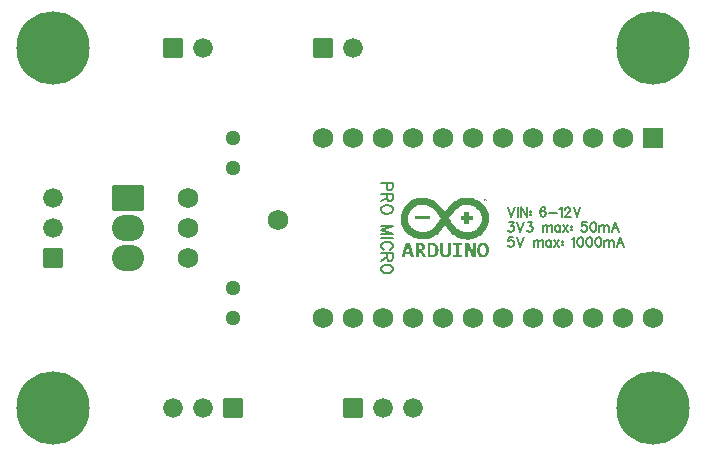
<source format=gts>
G04 Layer: TopSolderMaskLayer*
G04 EasyEDA v6.5.22, 2023-02-27 20:34:50*
G04 caa8996452b24255bb9f00db4a7e08d3,da3b0543d5484e77bd98afd5aefff037,10*
G04 Gerber Generator version 0.2*
G04 Scale: 100 percent, Rotated: No, Reflected: No *
G04 Dimensions in millimeters *
G04 leading zeros omitted , absolute positions ,4 integer and 5 decimal *
%FSLAX45Y45*%
%MOMM*%

%AMMACRO1*1,1,$1,$2,$3*1,1,$1,$4,$5*1,1,$1,0-$2,0-$3*1,1,$1,0-$4,0-$5*20,1,$1,$2,$3,$4,$5,0*20,1,$1,$4,$5,0-$2,0-$3,0*20,1,$1,0-$2,0-$3,0-$4,0-$5,0*20,1,$1,0-$4,0-$5,$2,$3,0*4,1,4,$2,$3,$4,$5,0-$2,0-$3,0-$4,0-$5,$2,$3,0*%
%ADD10C,0.1524*%
%ADD11MACRO1,0.1016X0.7874X-0.7874X0.7874X0.7874*%
%ADD12C,1.6764*%
%ADD13C,1.2954*%
%ADD14MACRO1,0.2032X0.762X0.762X0.762X-0.762*%
%ADD15C,1.7272*%
%ADD16C,6.2032*%
%ADD17C,0.9032*%
%ADD18MACRO1,0.1016X0.7874X0.7874X0.7874X-0.7874*%
%ADD19MACRO1,0.1016X-0.7874X0.7874X0.7874X0.7874*%
%ADD20MACRO1,0.1016X0.7874X-0.7874X-0.7874X-0.7874*%
%ADD21O,2.7031949999999996X2.2031959999999997*%
%ADD22MACRO1,0.2032X1.2497X1.0008X1.2497X-1.0008*%
%ADD23C,0.0149*%

%LPD*%
G36*
X3495040Y2158746D02*
G01*
X3482289Y2158390D01*
X3471824Y2157323D01*
X3459835Y2154986D01*
X3453942Y2153513D01*
X3442360Y2149906D01*
X3431082Y2145487D01*
X3420110Y2140254D01*
X3409543Y2134209D01*
X3404412Y2130958D01*
X3394456Y2123846D01*
X3384905Y2115972D01*
X3375863Y2107488D01*
X3367328Y2098294D01*
X3359353Y2088438D01*
X3351936Y2078024D01*
X3345078Y2066950D01*
X3338931Y2055368D01*
X3332632Y2041652D01*
X3330092Y2035251D01*
X3327958Y2029002D01*
X3326180Y2022805D01*
X3324758Y2016556D01*
X3323640Y2010156D01*
X3322777Y2003501D01*
X3321964Y1989023D01*
X3322016Y1975104D01*
X3381400Y1975104D01*
X3381756Y1985873D01*
X3382365Y1991309D01*
X3383229Y1996693D01*
X3385820Y2007463D01*
X3387496Y2012797D01*
X3391611Y2023262D01*
X3396691Y2033422D01*
X3402584Y2043226D01*
X3409289Y2052472D01*
X3416757Y2061159D01*
X3424936Y2069185D01*
X3433673Y2076399D01*
X3438296Y2079701D01*
X3443020Y2082749D01*
X3447846Y2085543D01*
X3452825Y2088083D01*
X3463036Y2092401D01*
X3468319Y2094077D01*
X3473653Y2095500D01*
X3478174Y2096312D01*
X3483457Y2096922D01*
X3489401Y2097278D01*
X3502558Y2097328D01*
X3516376Y2096516D01*
X3529634Y2094992D01*
X3535679Y2093975D01*
X3541115Y2092756D01*
X3545789Y2091385D01*
X3551326Y2089454D01*
X3562197Y2084781D01*
X3572814Y2079142D01*
X3578098Y2075942D01*
X3588461Y2068830D01*
X3598621Y2060702D01*
X3608628Y2051507D01*
X3618534Y2041347D01*
X3628288Y2030069D01*
X3637991Y2017725D01*
X3647592Y2004263D01*
X3655568Y1992223D01*
X3658920Y1986534D01*
X3657936Y1984451D01*
X3730345Y1984451D01*
X3745737Y2007514D01*
X3754069Y2019147D01*
X3762501Y2030069D01*
X3770985Y2040178D01*
X3779520Y2049525D01*
X3788105Y2058111D01*
X3796690Y2065832D01*
X3805275Y2072792D01*
X3813911Y2078888D01*
X3822496Y2084171D01*
X3831082Y2088642D01*
X3839616Y2092198D01*
X3843883Y2093671D01*
X3849014Y2095093D01*
X3854602Y2096262D01*
X3860495Y2097176D01*
X3866642Y2097786D01*
X3873042Y2098141D01*
X3879494Y2098243D01*
X3892600Y2097582D01*
X3899001Y2096871D01*
X3905300Y2095855D01*
X3911346Y2094585D01*
X3917035Y2093061D01*
X3923131Y2091131D01*
X3934815Y2086610D01*
X3945737Y2081275D01*
X3955897Y2075230D01*
X3960723Y2071928D01*
X3969715Y2064867D01*
X3977843Y2057247D01*
X3981602Y2053183D01*
X3988409Y2044700D01*
X3991457Y2040331D01*
X3996842Y2031136D01*
X3999179Y2026412D01*
X4001262Y2021586D01*
X4003090Y2016709D01*
X4004665Y2011730D01*
X4005986Y2006650D01*
X4007053Y2001520D01*
X4007815Y1996338D01*
X4008323Y1991106D01*
X4008475Y1980539D01*
X4008120Y1975154D01*
X4006545Y1964385D01*
X4003751Y1953564D01*
X4001871Y1948180D01*
X3999687Y1942846D01*
X3994556Y1932432D01*
X3991559Y1927352D01*
X3984853Y1917547D01*
X3977233Y1908251D01*
X3968800Y1899564D01*
X3964279Y1895500D01*
X3954729Y1887931D01*
X3949700Y1884476D01*
X3939286Y1878279D01*
X3928364Y1873046D01*
X3918407Y1869490D01*
X3913327Y1868119D01*
X3908196Y1867001D01*
X3897731Y1865579D01*
X3892397Y1865223D01*
X3881628Y1865325D01*
X3870756Y1866392D01*
X3859834Y1868424D01*
X3854348Y1869795D01*
X3843477Y1873250D01*
X3832656Y1877618D01*
X3821988Y1882902D01*
X3811473Y1889048D01*
X3801262Y1896059D01*
X3791407Y1903933D01*
X3786581Y1908149D01*
X3777234Y1917242D01*
X3768394Y1927098D01*
X3761181Y1936140D01*
X3748328Y1954428D01*
X3742690Y1963267D01*
X3730345Y1984451D01*
X3657936Y1984451D01*
X3653078Y1976018D01*
X3645458Y1963724D01*
X3637279Y1951583D01*
X3628796Y1939899D01*
X3620109Y1928774D01*
X3611372Y1918411D01*
X3602634Y1908860D01*
X3594049Y1900326D01*
X3585768Y1892858D01*
X3577844Y1886610D01*
X3570376Y1881682D01*
X3566871Y1879752D01*
X3557219Y1875332D01*
X3547618Y1871980D01*
X3542792Y1870659D01*
X3537813Y1869592D01*
X3527450Y1868119D01*
X3516172Y1867560D01*
X3503625Y1867712D01*
X3496411Y1868220D01*
X3489299Y1868982D01*
X3482289Y1870100D01*
X3475431Y1871522D01*
X3468674Y1873199D01*
X3462070Y1875231D01*
X3455670Y1877517D01*
X3449421Y1880107D01*
X3443376Y1882952D01*
X3437534Y1886051D01*
X3431946Y1889404D01*
X3426612Y1893062D01*
X3421532Y1896922D01*
X3416757Y1901037D01*
X3412236Y1905355D01*
X3408019Y1909927D01*
X3404006Y1915007D01*
X3400044Y1920748D01*
X3396284Y1926996D01*
X3392779Y1933549D01*
X3389629Y1940255D01*
X3386937Y1946859D01*
X3384753Y1953260D01*
X3383229Y1959203D01*
X3382314Y1964436D01*
X3381705Y1969719D01*
X3381400Y1975104D01*
X3322016Y1975104D01*
X3322370Y1963013D01*
X3323234Y1949399D01*
X3323844Y1944217D01*
X3324758Y1939594D01*
X3325926Y1935124D01*
X3329482Y1924862D01*
X3334054Y1913737D01*
X3339134Y1903222D01*
X3344722Y1893214D01*
X3350869Y1883765D01*
X3357575Y1874824D01*
X3364890Y1866392D01*
X3372764Y1858467D01*
X3381197Y1851050D01*
X3390290Y1844039D01*
X3400044Y1837537D01*
X3410356Y1831492D01*
X3421379Y1825853D01*
X3433064Y1820519D01*
X3443630Y1816201D01*
X3453587Y1812848D01*
X3463391Y1810308D01*
X3473551Y1808581D01*
X3484524Y1807413D01*
X3496767Y1806854D01*
X3510838Y1806702D01*
X3529736Y1806905D01*
X3542334Y1807667D01*
X3547414Y1808378D01*
X3557473Y1810715D01*
X3568903Y1814220D01*
X3579774Y1818284D01*
X3590290Y1823008D01*
X3600500Y1828393D01*
X3605529Y1831339D01*
X3615334Y1837893D01*
X3624986Y1845208D01*
X3634486Y1853387D01*
X3643934Y1862480D01*
X3653332Y1872437D01*
X3662781Y1883410D01*
X3672281Y1895398D01*
X3693566Y1924761D01*
X3709162Y1902612D01*
X3717290Y1892249D01*
X3726179Y1882089D01*
X3735679Y1872234D01*
X3745687Y1862785D01*
X3756101Y1853793D01*
X3766718Y1845462D01*
X3777437Y1837842D01*
X3788156Y1831086D01*
X3798722Y1825294D01*
X3809542Y1820265D01*
X3821125Y1815744D01*
X3832961Y1811934D01*
X3845001Y1808784D01*
X3857142Y1806346D01*
X3869182Y1804619D01*
X3881018Y1803603D01*
X3892600Y1803349D01*
X3898239Y1803501D01*
X3909110Y1804416D01*
X3919372Y1806143D01*
X3931056Y1809140D01*
X3942943Y1813153D01*
X3954932Y1818030D01*
X3966819Y1823821D01*
X3978401Y1830324D01*
X3989578Y1837486D01*
X4000093Y1845259D01*
X4009847Y1853438D01*
X4018534Y1862023D01*
X4026915Y1871725D01*
X4034942Y1882393D01*
X4042410Y1893722D01*
X4049217Y1905507D01*
X4055211Y1917547D01*
X4060190Y1929536D01*
X4062272Y1935429D01*
X4064050Y1941271D01*
X4065371Y1946554D01*
X4066540Y1952345D01*
X4068267Y1965147D01*
X4069283Y1978761D01*
X4069486Y1992274D01*
X4068826Y2004720D01*
X4068165Y2010308D01*
X4067301Y2015236D01*
X4064254Y2027478D01*
X4062425Y2033473D01*
X4058107Y2045106D01*
X4052976Y2056333D01*
X4047032Y2067153D01*
X4040378Y2077516D01*
X4032910Y2087372D01*
X4024782Y2096770D01*
X4015892Y2105609D01*
X4011218Y2109876D01*
X4001312Y2117902D01*
X3990797Y2125370D01*
X3985310Y2128926D01*
X3973829Y2135479D01*
X3961790Y2141423D01*
X3949141Y2146757D01*
X3935933Y2151430D01*
X3924198Y2154834D01*
X3919575Y2155901D01*
X3909923Y2157323D01*
X3897579Y2157984D01*
X3880002Y2158187D01*
X3862984Y2157933D01*
X3855720Y2157628D01*
X3849166Y2157069D01*
X3843121Y2156307D01*
X3837432Y2155291D01*
X3831945Y2154021D01*
X3826459Y2152396D01*
X3820871Y2150414D01*
X3808729Y2145233D01*
X3796792Y2139492D01*
X3786632Y2133752D01*
X3776421Y2127148D01*
X3766261Y2119833D01*
X3756253Y2111806D01*
X3746398Y2103170D01*
X3736898Y2093975D01*
X3727754Y2084374D01*
X3719118Y2074316D01*
X3710990Y2064004D01*
X3703116Y2053082D01*
X3697071Y2045309D01*
X3695801Y2044141D01*
X3694582Y2045207D01*
X3688587Y2052523D01*
X3681374Y2062175D01*
X3673906Y2071217D01*
X3665372Y2080717D01*
X3656177Y2090267D01*
X3646525Y2099564D01*
X3636924Y2108301D01*
X3627577Y2116074D01*
X3618941Y2122627D01*
X3609746Y2128621D01*
X3598722Y2134870D01*
X3587343Y2140559D01*
X3575812Y2145538D01*
X3564483Y2149703D01*
X3553561Y2152954D01*
X3542893Y2155240D01*
X3530193Y2156917D01*
X3516223Y2158085D01*
X3501999Y2158695D01*
G37*
G36*
X4053738Y2144826D02*
G01*
X4052773Y2144471D01*
X4051706Y2143455D01*
X4050639Y2141982D01*
X4047845Y2135581D01*
X4046474Y2140204D01*
X4045356Y2142642D01*
X4043426Y2144014D01*
X4039717Y2144572D01*
X4029303Y2144420D01*
X4026408Y2144166D01*
X4025036Y2143810D01*
X4027170Y2142591D01*
X4028287Y2141016D01*
X4028897Y2138680D01*
X4029303Y2132685D01*
X4029710Y2130450D01*
X4030370Y2128926D01*
X4031183Y2128367D01*
X4031996Y2128926D01*
X4032656Y2130501D01*
X4033062Y2132787D01*
X4033418Y2138832D01*
X4033977Y2141067D01*
X4034942Y2142337D01*
X4036314Y2142744D01*
X4037736Y2142337D01*
X4038650Y2141067D01*
X4039209Y2138832D01*
X4039920Y2130958D01*
X4041190Y2128621D01*
X4042714Y2128824D01*
X4044137Y2131974D01*
X4045000Y2134565D01*
X4045356Y2131974D01*
X4046118Y2129231D01*
X4047591Y2128520D01*
X4049369Y2129790D01*
X4050944Y2132990D01*
X4052468Y2137613D01*
X4054703Y2130247D01*
X4055211Y2130044D01*
X4055668Y2136089D01*
X4055567Y2139492D01*
X4055160Y2142236D01*
X4054551Y2144115D01*
G37*
G36*
X3860495Y2039924D02*
G01*
X3860495Y2004974D01*
X3827576Y2004974D01*
X3827576Y1970024D01*
X3860495Y1970024D01*
X3860495Y1935022D01*
X3895445Y1935022D01*
X3895445Y1970024D01*
X3930396Y1970024D01*
X3930396Y2004974D01*
X3895445Y2004974D01*
X3895445Y2039924D01*
G37*
G36*
X3445001Y2000859D02*
G01*
X3445001Y1974138D01*
X3568446Y1974138D01*
X3568446Y2000859D01*
G37*
G36*
X4019042Y1778304D02*
G01*
X4013758Y1778000D01*
X4007358Y1776831D01*
X4002328Y1775358D01*
X3997604Y1773377D01*
X3993184Y1770888D01*
X3989120Y1767839D01*
X3985412Y1764334D01*
X3982008Y1760372D01*
X3978960Y1755952D01*
X3976268Y1751126D01*
X3974033Y1745945D01*
X3972102Y1740357D01*
X3970629Y1734413D01*
X3969562Y1728165D01*
X3968902Y1721612D01*
X3968776Y1717395D01*
X3994454Y1717395D01*
X3994607Y1724253D01*
X3995115Y1730451D01*
X3996080Y1735937D01*
X3997401Y1740712D01*
X3999128Y1744878D01*
X4001262Y1748332D01*
X4003801Y1751177D01*
X4006748Y1753362D01*
X4010151Y1754886D01*
X4013962Y1755800D01*
X4018178Y1756105D01*
X4023715Y1755546D01*
X4028440Y1753819D01*
X4032351Y1750872D01*
X4035501Y1746605D01*
X4037939Y1741068D01*
X4039717Y1734159D01*
X4040784Y1725828D01*
X4041190Y1716024D01*
X4040733Y1703425D01*
X4040174Y1697736D01*
X4039463Y1693367D01*
X4037584Y1687779D01*
X4034739Y1683054D01*
X4031132Y1679244D01*
X4026915Y1676400D01*
X4022191Y1674672D01*
X4017162Y1674114D01*
X4011980Y1674774D01*
X4006799Y1676755D01*
X4004005Y1678533D01*
X4001668Y1680768D01*
X3999687Y1683512D01*
X3998112Y1686966D01*
X3996893Y1691233D01*
X3995928Y1696364D01*
X3995216Y1702562D01*
X3994708Y1709826D01*
X3994454Y1717395D01*
X3968776Y1717395D01*
X3968953Y1707692D01*
X3969664Y1700377D01*
X3970578Y1694230D01*
X3971899Y1688490D01*
X3973525Y1683156D01*
X3975455Y1678178D01*
X3977690Y1673656D01*
X3980281Y1669542D01*
X3983177Y1665782D01*
X3986377Y1662480D01*
X3989882Y1659636D01*
X3993692Y1657197D01*
X3997807Y1655165D01*
X4002227Y1653590D01*
X4009288Y1651863D01*
X4015689Y1651406D01*
X4022496Y1652270D01*
X4030979Y1654454D01*
X4036618Y1656537D01*
X4041800Y1659229D01*
X4046626Y1662633D01*
X4050893Y1666544D01*
X4054703Y1671066D01*
X4057954Y1676044D01*
X4060647Y1681530D01*
X4062679Y1687423D01*
X4064000Y1693468D01*
X4065015Y1700530D01*
X4065676Y1708150D01*
X4065930Y1716024D01*
X4065828Y1723796D01*
X4065371Y1731060D01*
X4064508Y1737512D01*
X4063288Y1742744D01*
X4060799Y1749856D01*
X4058107Y1755851D01*
X4055110Y1760931D01*
X4051706Y1765147D01*
X4047794Y1768652D01*
X4043273Y1771497D01*
X4038041Y1773885D01*
X4031945Y1775815D01*
X4024680Y1777542D01*
G37*
G36*
X3549904Y1777339D02*
G01*
X3549904Y1756105D01*
X3582924Y1756105D01*
X3588562Y1755851D01*
X3593592Y1754987D01*
X3598113Y1753514D01*
X3602075Y1751482D01*
X3605479Y1748789D01*
X3608374Y1745538D01*
X3610711Y1741576D01*
X3612591Y1737004D01*
X3613962Y1731721D01*
X3614826Y1725777D01*
X3615182Y1719122D01*
X3615131Y1711756D01*
X3614572Y1703476D01*
X3613658Y1697177D01*
X3612134Y1692198D01*
X3610000Y1687931D01*
X3605631Y1682394D01*
X3600145Y1678533D01*
X3592880Y1675942D01*
X3583330Y1674368D01*
X3572560Y1673250D01*
X3572560Y1756105D01*
X3549904Y1756105D01*
X3549904Y1652676D01*
X3574338Y1653793D01*
X3586581Y1654556D01*
X3595725Y1655622D01*
X3602786Y1657197D01*
X3608781Y1659331D01*
X3615080Y1662531D01*
X3620668Y1666290D01*
X3625596Y1670507D01*
X3629812Y1675282D01*
X3633317Y1680514D01*
X3636111Y1686153D01*
X3638143Y1692300D01*
X3639413Y1698853D01*
X3640785Y1709877D01*
X3641394Y1717497D01*
X3641242Y1723694D01*
X3640429Y1730400D01*
X3639007Y1737766D01*
X3637026Y1744421D01*
X3634536Y1750364D01*
X3631437Y1755648D01*
X3627678Y1760270D01*
X3623360Y1764334D01*
X3618382Y1767789D01*
X3612692Y1770684D01*
X3607003Y1772666D01*
X3599687Y1774139D01*
X3589832Y1775206D01*
G37*
G36*
X3765854Y1776679D02*
G01*
X3765854Y1756105D01*
X3792626Y1756105D01*
X3792626Y1673860D01*
X3765854Y1673860D01*
X3765854Y1655318D01*
X3844036Y1655318D01*
X3844036Y1673860D01*
X3817264Y1673860D01*
X3817264Y1756105D01*
X3844036Y1756105D01*
X3844036Y1776679D01*
G37*
G36*
X3656837Y1776679D02*
G01*
X3656888Y1713585D01*
X3657142Y1693011D01*
X3657549Y1686407D01*
X3658108Y1681581D01*
X3658920Y1677924D01*
X3660038Y1674825D01*
X3661511Y1671726D01*
X3664153Y1667408D01*
X3667658Y1663496D01*
X3671824Y1659991D01*
X3676548Y1656994D01*
X3681729Y1654556D01*
X3687267Y1652778D01*
X3693007Y1651609D01*
X3698900Y1651254D01*
X3706368Y1651863D01*
X3713581Y1653641D01*
X3720439Y1656384D01*
X3726789Y1660093D01*
X3732377Y1664563D01*
X3737051Y1669745D01*
X3740708Y1675434D01*
X3743147Y1681632D01*
X3743604Y1684070D01*
X3744315Y1693367D01*
X3744925Y1707286D01*
X3745229Y1724050D01*
X3745280Y1776679D01*
X3722674Y1776679D01*
X3722370Y1729943D01*
X3722573Y1702511D01*
X3721506Y1694027D01*
X3720592Y1689252D01*
X3719169Y1683461D01*
X3717544Y1679498D01*
X3715410Y1676857D01*
X3712362Y1674825D01*
X3707739Y1672996D01*
X3703015Y1672132D01*
X3698392Y1672132D01*
X3693972Y1673047D01*
X3689959Y1674774D01*
X3686505Y1677263D01*
X3683711Y1680464D01*
X3681780Y1684375D01*
X3681272Y1686560D01*
X3680460Y1694891D01*
X3679850Y1707743D01*
X3679545Y1724355D01*
X3679494Y1776679D01*
G37*
G36*
X3448100Y1775663D02*
G01*
X3447926Y1756613D01*
X3471773Y1756613D01*
X3489198Y1754987D01*
X3493363Y1753920D01*
X3496462Y1752295D01*
X3498850Y1750009D01*
X3501186Y1746148D01*
X3502406Y1741779D01*
X3502456Y1737156D01*
X3501339Y1732534D01*
X3498545Y1728978D01*
X3493515Y1726031D01*
X3487115Y1723948D01*
X3480104Y1723186D01*
X3471773Y1723186D01*
X3471773Y1756613D01*
X3447926Y1756613D01*
X3447034Y1653286D01*
X3471773Y1653286D01*
X3471773Y1705152D01*
X3477412Y1703781D01*
X3480409Y1702816D01*
X3483051Y1701495D01*
X3485438Y1699615D01*
X3487775Y1696923D01*
X3490214Y1693316D01*
X3492804Y1688541D01*
X3499154Y1674875D01*
X3508248Y1654302D01*
X3524859Y1653590D01*
X3528974Y1653743D01*
X3532022Y1654098D01*
X3533546Y1654708D01*
X3533190Y1657299D01*
X3531158Y1663090D01*
X3527704Y1671218D01*
X3523284Y1680870D01*
X3513836Y1698955D01*
X3510076Y1705102D01*
X3507689Y1708099D01*
X3505301Y1710182D01*
X3504793Y1710943D01*
X3504793Y1711350D01*
X3511804Y1715058D01*
X3516579Y1718106D01*
X3520440Y1721967D01*
X3523487Y1726438D01*
X3525621Y1731365D01*
X3526891Y1736648D01*
X3527298Y1742084D01*
X3526840Y1747520D01*
X3525520Y1752854D01*
X3523335Y1757934D01*
X3520287Y1762556D01*
X3516325Y1766570D01*
X3511550Y1769922D01*
X3506368Y1772310D01*
X3500069Y1773783D01*
X3490518Y1774596D01*
G37*
G36*
X3866642Y1774647D02*
G01*
X3866642Y1653286D01*
X3889197Y1653286D01*
X3890314Y1737614D01*
X3927297Y1653336D01*
X3955084Y1653286D01*
X3955084Y1774647D01*
X3934612Y1774647D01*
X3933494Y1692148D01*
X3896969Y1774647D01*
G37*
G36*
X3365652Y1774647D02*
G01*
X3343220Y1698498D01*
X3367227Y1698498D01*
X3367582Y1701088D01*
X3376726Y1734515D01*
X3380740Y1746961D01*
X3381298Y1747875D01*
X3382213Y1746046D01*
X3386226Y1734159D01*
X3391103Y1717497D01*
X3394760Y1703628D01*
X3395421Y1700072D01*
X3395065Y1698193D01*
X3393033Y1697126D01*
X3388664Y1696618D01*
X3381044Y1696466D01*
X3372815Y1696567D01*
X3368548Y1697126D01*
X3367227Y1698498D01*
X3343220Y1698498D01*
X3330448Y1655825D01*
X3330651Y1654657D01*
X3332479Y1653844D01*
X3336086Y1653438D01*
X3353866Y1653286D01*
X3360724Y1677974D01*
X3401618Y1677974D01*
X3408527Y1653286D01*
X3426714Y1653387D01*
X3430828Y1653743D01*
X3433572Y1654200D01*
X3434537Y1654810D01*
X3416604Y1715516D01*
X3398824Y1774647D01*
G37*
D10*
X3252215Y2286000D02*
G01*
X3155188Y2286000D01*
X3252215Y2286000D02*
G01*
X3252215Y2244344D01*
X3247390Y2230628D01*
X3242818Y2226055D01*
X3233674Y2221229D01*
X3219704Y2221229D01*
X3210559Y2226055D01*
X3205988Y2230628D01*
X3201415Y2244344D01*
X3201415Y2286000D01*
X3252215Y2190750D02*
G01*
X3155188Y2190750D01*
X3252215Y2190750D02*
G01*
X3252215Y2149347D01*
X3247390Y2135378D01*
X3242818Y2130805D01*
X3233674Y2126234D01*
X3224529Y2126234D01*
X3215131Y2130805D01*
X3210559Y2135378D01*
X3205988Y2149347D01*
X3205988Y2190750D01*
X3205988Y2158492D02*
G01*
X3155188Y2126234D01*
X3252215Y2068068D02*
G01*
X3247390Y2077212D01*
X3238245Y2086610D01*
X3229102Y2091181D01*
X3215131Y2095754D01*
X3192018Y2095754D01*
X3178302Y2091181D01*
X3168904Y2086610D01*
X3159759Y2077212D01*
X3155188Y2068068D01*
X3155188Y2049526D01*
X3159759Y2040381D01*
X3168904Y2030984D01*
X3178302Y2026412D01*
X3192018Y2021839D01*
X3215131Y2021839D01*
X3229102Y2026412D01*
X3238245Y2030984D01*
X3247390Y2040381D01*
X3252215Y2049526D01*
X3252215Y2068068D01*
X3252215Y1920239D02*
G01*
X3155188Y1920239D01*
X3252215Y1920239D02*
G01*
X3155188Y1883410D01*
X3252215Y1846326D02*
G01*
X3155188Y1883410D01*
X3252215Y1846326D02*
G01*
X3155188Y1846326D01*
X3252215Y1815845D02*
G01*
X3155188Y1815845D01*
X3229102Y1716023D02*
G01*
X3238245Y1720850D01*
X3247390Y1729994D01*
X3252215Y1739137D01*
X3252215Y1757679D01*
X3247390Y1766823D01*
X3238245Y1776221D01*
X3229102Y1780794D01*
X3215131Y1785365D01*
X3192018Y1785365D01*
X3178302Y1780794D01*
X3168904Y1776221D01*
X3159759Y1766823D01*
X3155188Y1757679D01*
X3155188Y1739137D01*
X3159759Y1729994D01*
X3168904Y1720850D01*
X3178302Y1716023D01*
X3252215Y1685544D02*
G01*
X3155188Y1685544D01*
X3252215Y1685544D02*
G01*
X3252215Y1644142D01*
X3247390Y1630171D01*
X3242818Y1625600D01*
X3233674Y1621028D01*
X3224529Y1621028D01*
X3215131Y1625600D01*
X3210559Y1630171D01*
X3205988Y1644142D01*
X3205988Y1685544D01*
X3205988Y1653286D02*
G01*
X3155188Y1621028D01*
X3252215Y1562862D02*
G01*
X3247390Y1572005D01*
X3238245Y1581150D01*
X3229102Y1585976D01*
X3215131Y1590547D01*
X3192018Y1590547D01*
X3178302Y1585976D01*
X3168904Y1581150D01*
X3159759Y1572005D01*
X3155188Y1562862D01*
X3155188Y1544320D01*
X3159759Y1535176D01*
X3168904Y1525778D01*
X3178302Y1521205D01*
X3192018Y1516634D01*
X3215131Y1516634D01*
X3229102Y1521205D01*
X3238245Y1525778D01*
X3247390Y1535176D01*
X3252215Y1544320D01*
X3252215Y1562862D01*
X4229100Y2075942D02*
G01*
X4258563Y1998218D01*
X4288281Y2075942D02*
G01*
X4258563Y1998218D01*
X4312665Y2075942D02*
G01*
X4312665Y1998218D01*
X4337050Y2075942D02*
G01*
X4337050Y1998218D01*
X4337050Y2075942D02*
G01*
X4388611Y1998218D01*
X4388611Y2075942D02*
G01*
X4388611Y1998218D01*
X4416806Y2042668D02*
G01*
X4412995Y2038857D01*
X4416806Y2035302D01*
X4420361Y2038857D01*
X4416806Y2042668D01*
X4416806Y2016760D02*
G01*
X4412995Y2013204D01*
X4416806Y2009394D01*
X4420361Y2013204D01*
X4416806Y2016760D01*
X4546091Y2064765D02*
G01*
X4542281Y2072131D01*
X4531359Y2075942D01*
X4523993Y2075942D01*
X4512818Y2072131D01*
X4505452Y2061210D01*
X4501641Y2042668D01*
X4501641Y2024126D01*
X4505452Y2009394D01*
X4512818Y2002028D01*
X4523993Y1998218D01*
X4527550Y1998218D01*
X4538725Y2002028D01*
X4546091Y2009394D01*
X4549902Y2020570D01*
X4549902Y2024126D01*
X4546091Y2035302D01*
X4538725Y2042668D01*
X4527550Y2046478D01*
X4523993Y2046478D01*
X4512818Y2042668D01*
X4505452Y2035302D01*
X4501641Y2024126D01*
X4574286Y2031492D02*
G01*
X4640579Y2031492D01*
X4664963Y2061210D02*
G01*
X4672329Y2064765D01*
X4683506Y2075942D01*
X4683506Y1998218D01*
X4711700Y2057400D02*
G01*
X4711700Y2061210D01*
X4715256Y2068576D01*
X4719065Y2072131D01*
X4726431Y2075942D01*
X4741163Y2075942D01*
X4748529Y2072131D01*
X4752340Y2068576D01*
X4755895Y2061210D01*
X4755895Y2053844D01*
X4752340Y2046478D01*
X4744974Y2035302D01*
X4707890Y1998218D01*
X4759706Y1998218D01*
X4784090Y2075942D02*
G01*
X4813554Y1998218D01*
X4843018Y2075942D02*
G01*
X4813554Y1998218D01*
X4236465Y1948942D02*
G01*
X4277106Y1948942D01*
X4255008Y1919478D01*
X4265929Y1919478D01*
X4273550Y1915668D01*
X4277106Y1911857D01*
X4280915Y1900936D01*
X4280915Y1893570D01*
X4277106Y1882394D01*
X4269740Y1875028D01*
X4258563Y1871218D01*
X4247641Y1871218D01*
X4236465Y1875028D01*
X4232909Y1878837D01*
X4229100Y1886204D01*
X4305300Y1948942D02*
G01*
X4334763Y1871218D01*
X4364227Y1948942D02*
G01*
X4334763Y1871218D01*
X4395977Y1948942D02*
G01*
X4436618Y1948942D01*
X4414520Y1919478D01*
X4425695Y1919478D01*
X4433061Y1915668D01*
X4436618Y1911857D01*
X4440427Y1900936D01*
X4440427Y1893570D01*
X4436618Y1882394D01*
X4429252Y1875028D01*
X4418329Y1871218D01*
X4407154Y1871218D01*
X4395977Y1875028D01*
X4392422Y1878837D01*
X4388611Y1886204D01*
X4521708Y1923034D02*
G01*
X4521708Y1871218D01*
X4521708Y1908302D02*
G01*
X4532884Y1919478D01*
X4540250Y1923034D01*
X4551172Y1923034D01*
X4558538Y1919478D01*
X4562347Y1908302D01*
X4562347Y1871218D01*
X4562347Y1908302D02*
G01*
X4573524Y1919478D01*
X4580890Y1923034D01*
X4591811Y1923034D01*
X4599177Y1919478D01*
X4602988Y1908302D01*
X4602988Y1871218D01*
X4671822Y1923034D02*
G01*
X4671822Y1871218D01*
X4671822Y1911857D02*
G01*
X4664202Y1919478D01*
X4656836Y1923034D01*
X4645913Y1923034D01*
X4638547Y1919478D01*
X4631181Y1911857D01*
X4627372Y1900936D01*
X4627372Y1893570D01*
X4631181Y1882394D01*
X4638547Y1875028D01*
X4645913Y1871218D01*
X4656836Y1871218D01*
X4664202Y1875028D01*
X4671822Y1882394D01*
X4696206Y1923034D02*
G01*
X4736845Y1871218D01*
X4736845Y1923034D02*
G01*
X4696206Y1871218D01*
X4764786Y1915668D02*
G01*
X4761229Y1911857D01*
X4764786Y1908302D01*
X4768595Y1911857D01*
X4764786Y1915668D01*
X4764786Y1889760D02*
G01*
X4761229Y1886204D01*
X4764786Y1882394D01*
X4768595Y1886204D01*
X4764786Y1889760D01*
X4894072Y1948942D02*
G01*
X4857241Y1948942D01*
X4853431Y1915668D01*
X4857241Y1919478D01*
X4868163Y1923034D01*
X4879340Y1923034D01*
X4890515Y1919478D01*
X4897881Y1911857D01*
X4901438Y1900936D01*
X4901438Y1893570D01*
X4897881Y1882394D01*
X4890515Y1875028D01*
X4879340Y1871218D01*
X4868163Y1871218D01*
X4857241Y1875028D01*
X4853431Y1878837D01*
X4849875Y1886204D01*
X4948174Y1948942D02*
G01*
X4936997Y1945131D01*
X4929631Y1934210D01*
X4925822Y1915668D01*
X4925822Y1904492D01*
X4929631Y1886204D01*
X4936997Y1875028D01*
X4948174Y1871218D01*
X4955540Y1871218D01*
X4966461Y1875028D01*
X4973827Y1886204D01*
X4977638Y1904492D01*
X4977638Y1915668D01*
X4973827Y1934210D01*
X4966461Y1945131D01*
X4955540Y1948942D01*
X4948174Y1948942D01*
X5002022Y1923034D02*
G01*
X5002022Y1871218D01*
X5002022Y1908302D02*
G01*
X5013197Y1919478D01*
X5020563Y1923034D01*
X5031486Y1923034D01*
X5038852Y1919478D01*
X5042661Y1908302D01*
X5042661Y1871218D01*
X5042661Y1908302D02*
G01*
X5053838Y1919478D01*
X5061204Y1923034D01*
X5072125Y1923034D01*
X5079491Y1919478D01*
X5083302Y1908302D01*
X5083302Y1871218D01*
X5137150Y1948942D02*
G01*
X5107686Y1871218D01*
X5137150Y1948942D02*
G01*
X5166868Y1871218D01*
X5118861Y1897126D02*
G01*
X5155691Y1897126D01*
X4273550Y1821942D02*
G01*
X4236465Y1821942D01*
X4232909Y1788668D01*
X4236465Y1792478D01*
X4247641Y1796034D01*
X4258563Y1796034D01*
X4269740Y1792478D01*
X4277106Y1784857D01*
X4280915Y1773936D01*
X4280915Y1766570D01*
X4277106Y1755394D01*
X4269740Y1748028D01*
X4258563Y1744218D01*
X4247641Y1744218D01*
X4236465Y1748028D01*
X4232909Y1751837D01*
X4229100Y1759204D01*
X4305300Y1821942D02*
G01*
X4334763Y1744218D01*
X4364227Y1821942D02*
G01*
X4334763Y1744218D01*
X4445508Y1796034D02*
G01*
X4445508Y1744218D01*
X4445508Y1781302D02*
G01*
X4456684Y1792478D01*
X4464050Y1796034D01*
X4475225Y1796034D01*
X4482591Y1792478D01*
X4486147Y1781302D01*
X4486147Y1744218D01*
X4486147Y1781302D02*
G01*
X4497324Y1792478D01*
X4504690Y1796034D01*
X4515865Y1796034D01*
X4523231Y1792478D01*
X4526788Y1781302D01*
X4526788Y1744218D01*
X4595622Y1796034D02*
G01*
X4595622Y1744218D01*
X4595622Y1784857D02*
G01*
X4588256Y1792478D01*
X4580890Y1796034D01*
X4569713Y1796034D01*
X4562347Y1792478D01*
X4554981Y1784857D01*
X4551172Y1773936D01*
X4551172Y1766570D01*
X4554981Y1755394D01*
X4562347Y1748028D01*
X4569713Y1744218D01*
X4580890Y1744218D01*
X4588256Y1748028D01*
X4595622Y1755394D01*
X4620006Y1796034D02*
G01*
X4660645Y1744218D01*
X4660645Y1796034D02*
G01*
X4620006Y1744218D01*
X4688586Y1788668D02*
G01*
X4685029Y1784857D01*
X4688586Y1781302D01*
X4692395Y1784857D01*
X4688586Y1788668D01*
X4688586Y1762760D02*
G01*
X4685029Y1759204D01*
X4688586Y1755394D01*
X4692395Y1759204D01*
X4688586Y1762760D01*
X4773675Y1807210D02*
G01*
X4781041Y1810765D01*
X4792218Y1821942D01*
X4792218Y1744218D01*
X4838700Y1821942D02*
G01*
X4827524Y1818131D01*
X4820158Y1807210D01*
X4816602Y1788668D01*
X4816602Y1777492D01*
X4820158Y1759204D01*
X4827524Y1748028D01*
X4838700Y1744218D01*
X4846065Y1744218D01*
X4857241Y1748028D01*
X4864608Y1759204D01*
X4868163Y1777492D01*
X4868163Y1788668D01*
X4864608Y1807210D01*
X4857241Y1818131D01*
X4846065Y1821942D01*
X4838700Y1821942D01*
X4914900Y1821942D02*
G01*
X4903724Y1818131D01*
X4896358Y1807210D01*
X4892547Y1788668D01*
X4892547Y1777492D01*
X4896358Y1759204D01*
X4903724Y1748028D01*
X4914900Y1744218D01*
X4922265Y1744218D01*
X4933188Y1748028D01*
X4940554Y1759204D01*
X4944363Y1777492D01*
X4944363Y1788668D01*
X4940554Y1807210D01*
X4933188Y1818131D01*
X4922265Y1821942D01*
X4914900Y1821942D01*
X4990845Y1821942D02*
G01*
X4979924Y1818131D01*
X4972558Y1807210D01*
X4968747Y1788668D01*
X4968747Y1777492D01*
X4972558Y1759204D01*
X4979924Y1748028D01*
X4990845Y1744218D01*
X4998211Y1744218D01*
X5009388Y1748028D01*
X5016754Y1759204D01*
X5020563Y1777492D01*
X5020563Y1788668D01*
X5016754Y1807210D01*
X5009388Y1818131D01*
X4998211Y1821942D01*
X4990845Y1821942D01*
X5044947Y1796034D02*
G01*
X5044947Y1744218D01*
X5044947Y1781302D02*
G01*
X5055870Y1792478D01*
X5063236Y1796034D01*
X5074411Y1796034D01*
X5081777Y1792478D01*
X5085588Y1781302D01*
X5085588Y1744218D01*
X5085588Y1781302D02*
G01*
X5096509Y1792478D01*
X5103875Y1796034D01*
X5115052Y1796034D01*
X5122418Y1792478D01*
X5126227Y1781302D01*
X5126227Y1744218D01*
X5180075Y1821942D02*
G01*
X5150611Y1744218D01*
X5180075Y1821942D02*
G01*
X5209540Y1744218D01*
X5161534Y1770126D02*
G01*
X5198618Y1770126D01*
D11*
G01*
X381000Y1651000D03*
D12*
G01*
X381000Y1905000D03*
G01*
X381000Y2159000D03*
D13*
G01*
X1905000Y1397000D03*
G01*
X1905000Y1143000D03*
G01*
X1905000Y2413000D03*
G01*
X1905000Y2667000D03*
D14*
G01*
X5461000Y2667000D03*
D15*
G01*
X5207000Y2667000D03*
G01*
X4699000Y2667000D03*
G01*
X4445000Y2667000D03*
G01*
X4191000Y2667000D03*
G01*
X3937000Y2667000D03*
G01*
X3683000Y2667000D03*
G01*
X3429000Y2667000D03*
G01*
X3175000Y2667000D03*
G01*
X2921000Y2667000D03*
G01*
X2667000Y2667000D03*
G01*
X2667000Y1143000D03*
G01*
X2921000Y1143000D03*
G01*
X3175000Y1143000D03*
G01*
X3429000Y1143000D03*
G01*
X3683000Y1143000D03*
G01*
X3937000Y1143000D03*
G01*
X4191000Y1143000D03*
G01*
X4445000Y1143000D03*
G01*
X4699000Y1143000D03*
G01*
X4953000Y1143000D03*
G01*
X5207000Y1143000D03*
G01*
X5461000Y1143000D03*
G01*
X4953000Y2667000D03*
D16*
G01*
X381000Y381000D03*
D17*
G01*
X221005Y226009D03*
G01*
X381000Y156006D03*
G01*
X600989Y381000D03*
G01*
X540994Y226009D03*
G01*
X545998Y540994D03*
G01*
X161010Y381000D03*
G01*
X221005Y540994D03*
G01*
X381000Y605993D03*
D16*
G01*
X5461000Y381000D03*
D17*
G01*
X5301005Y226009D03*
G01*
X5461000Y156006D03*
G01*
X5680989Y381000D03*
G01*
X5620994Y226009D03*
G01*
X5625998Y540994D03*
G01*
X5241010Y381000D03*
G01*
X5301005Y540994D03*
G01*
X5461000Y605993D03*
D16*
G01*
X5461000Y3429000D03*
D17*
G01*
X5301005Y3274009D03*
G01*
X5461000Y3204006D03*
G01*
X5680989Y3429000D03*
G01*
X5620994Y3274009D03*
G01*
X5625998Y3588994D03*
G01*
X5241010Y3429000D03*
G01*
X5301005Y3588994D03*
G01*
X5461000Y3653993D03*
D16*
G01*
X381000Y3429000D03*
D17*
G01*
X221005Y3274009D03*
G01*
X381000Y3204006D03*
G01*
X600989Y3429000D03*
G01*
X540994Y3274009D03*
G01*
X545998Y3588994D03*
G01*
X161010Y3429000D03*
G01*
X221005Y3588994D03*
G01*
X381000Y3653993D03*
D18*
G01*
X1397000Y3429000D03*
D12*
G01*
X1651000Y3429000D03*
D18*
G01*
X2667000Y3429000D03*
D12*
G01*
X2921000Y3429000D03*
D19*
G01*
X2921000Y381000D03*
D12*
G01*
X3175000Y381000D03*
G01*
X3429000Y381000D03*
D20*
G01*
X1905000Y381000D03*
D12*
G01*
X1651000Y381000D03*
G01*
X1397000Y381000D03*
D21*
G01*
X1016000Y1905000D03*
G01*
X1016000Y1651000D03*
D22*
G01*
X1016000Y2159000D03*
D15*
G01*
X1524000Y2159000D03*
G01*
X1524000Y1905000D03*
G01*
X1524000Y1651000D03*
G01*
X2286000Y1968500D03*
M02*

</source>
